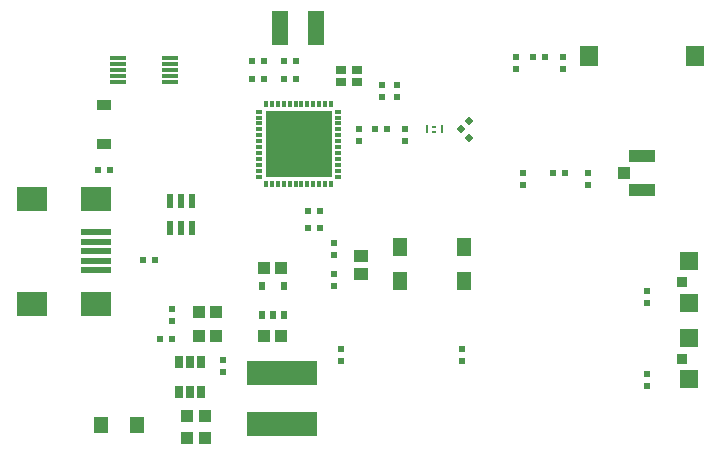
<source format=gtp>
G04*
G04 #@! TF.GenerationSoftware,Altium Limited,Altium Designer,25.4.2 (15)*
G04*
G04 Layer_Color=8421504*
%FSLAX44Y44*%
%MOMM*%
G71*
G04*
G04 #@! TF.SameCoordinates,58BEE836-9102-4636-8553-DC709D7D42DE*
G04*
G04*
G04 #@! TF.FilePolarity,Positive*
G04*
G01*
G75*
%ADD17R,1.2000X1.4000*%
%ADD18R,0.5500X0.8000*%
%ADD19R,1.2200X0.9100*%
%ADD20R,1.4500X0.3000*%
%ADD21R,0.5588X0.5588*%
%ADD22R,0.5588X0.5588*%
%ADD23R,0.5500X0.3000*%
%ADD24R,0.3000X0.5500*%
%ADD25R,5.6000X5.6000*%
%ADD26R,2.5000X0.6000*%
%ADD27R,2.5000X2.0000*%
%ADD28R,0.6000X1.2000*%
%ADD29R,1.0500X1.0000*%
%ADD30R,2.2000X1.0500*%
%ADD31R,1.5000X1.8000*%
%ADD32R,1.4200X2.9100*%
%ADD33R,1.2500X1.0000*%
%ADD34R,1.3000X1.6000*%
%ADD35R,0.8500X0.7500*%
%ADD36R,6.0000X2.0000*%
%ADD37R,1.0500X1.0500*%
G04:AMPARAMS|DCode=38|XSize=0.6mm|YSize=1.1mm|CornerRadius=0.06mm|HoleSize=0mm|Usage=FLASHONLY|Rotation=0.000|XOffset=0mm|YOffset=0mm|HoleType=Round|Shape=RoundedRectangle|*
%AMROUNDEDRECTD38*
21,1,0.6000,0.9800,0,0,0.0*
21,1,0.4800,1.1000,0,0,0.0*
1,1,0.1200,0.2400,-0.4900*
1,1,0.1200,-0.2400,-0.4900*
1,1,0.1200,-0.2400,0.4900*
1,1,0.1200,0.2400,0.4900*
%
%ADD38ROUNDEDRECTD38*%
%ADD39P,0.7903X4X270.0*%
%ADD40P,0.7903X4X180.0*%
%ADD41R,0.2750X0.7000*%
%ADD42R,0.4500X0.2450*%
%ADD43R,0.9000X0.9000*%
%ADD44R,1.5000X1.5000*%
D17*
X111500Y28000D02*
D03*
X80500D02*
D03*
D18*
X217000Y145250D02*
D03*
X226500Y121250D02*
D03*
X236000Y145250D02*
D03*
Y121250D02*
D03*
X217000D02*
D03*
D19*
X83500Y298700D02*
D03*
Y266000D02*
D03*
D20*
X95494Y318500D02*
D03*
X139494Y323500D02*
D03*
X95494D02*
D03*
X139494Y333500D02*
D03*
X95494D02*
D03*
Y338500D02*
D03*
X139494Y318500D02*
D03*
Y328500D02*
D03*
Y338500D02*
D03*
X95494Y328500D02*
D03*
D21*
X318500Y316080D02*
D03*
Y305920D02*
D03*
X543000Y61000D02*
D03*
Y71160D02*
D03*
Y131000D02*
D03*
Y141160D02*
D03*
X493250Y231170D02*
D03*
Y241330D02*
D03*
X438250Y231170D02*
D03*
Y241330D02*
D03*
X141000Y115920D02*
D03*
Y126080D02*
D03*
X432000Y339910D02*
D03*
Y329750D02*
D03*
X472000Y339910D02*
D03*
Y329750D02*
D03*
X278000Y182080D02*
D03*
Y171920D02*
D03*
Y156080D02*
D03*
Y145920D02*
D03*
X331000Y305920D02*
D03*
Y316080D02*
D03*
X299000Y278250D02*
D03*
Y268090D02*
D03*
X338000Y278250D02*
D03*
Y268090D02*
D03*
X284000Y81920D02*
D03*
Y92080D02*
D03*
X386000Y81920D02*
D03*
Y92080D02*
D03*
X184000Y72920D02*
D03*
Y83080D02*
D03*
D22*
X473330Y241330D02*
D03*
X463170D02*
D03*
X126330Y167500D02*
D03*
X116170D02*
D03*
X78420Y243500D02*
D03*
X88580D02*
D03*
X235920Y336000D02*
D03*
X246080D02*
D03*
X235920Y321000D02*
D03*
X246080D02*
D03*
X218580Y336000D02*
D03*
X208420D02*
D03*
X218580Y321000D02*
D03*
X208420D02*
D03*
X446920Y339910D02*
D03*
X457080D02*
D03*
X255920Y208750D02*
D03*
X266080D02*
D03*
X255920Y194750D02*
D03*
X266080D02*
D03*
X130920Y101000D02*
D03*
X141080D02*
D03*
X323080Y278250D02*
D03*
X312920D02*
D03*
D23*
X214250Y238250D02*
D03*
Y243250D02*
D03*
Y248250D02*
D03*
Y253250D02*
D03*
Y258250D02*
D03*
Y263250D02*
D03*
Y268250D02*
D03*
Y273250D02*
D03*
Y278250D02*
D03*
Y283250D02*
D03*
Y288250D02*
D03*
Y293250D02*
D03*
X281750D02*
D03*
Y288250D02*
D03*
Y283250D02*
D03*
Y278250D02*
D03*
Y273250D02*
D03*
Y268250D02*
D03*
Y263250D02*
D03*
Y258250D02*
D03*
Y253250D02*
D03*
Y248250D02*
D03*
Y243250D02*
D03*
Y238250D02*
D03*
D24*
X220500Y299500D02*
D03*
X225500D02*
D03*
X230500D02*
D03*
X235500D02*
D03*
X240500D02*
D03*
X245500D02*
D03*
X250500D02*
D03*
X255500D02*
D03*
X260500D02*
D03*
X265500D02*
D03*
X270500D02*
D03*
X275500D02*
D03*
Y232000D02*
D03*
X270500D02*
D03*
X265500D02*
D03*
X260500D02*
D03*
X255500D02*
D03*
X250500D02*
D03*
X245500D02*
D03*
X240500D02*
D03*
X235500D02*
D03*
X230500D02*
D03*
X225500D02*
D03*
X220500D02*
D03*
D25*
X248000Y265750D02*
D03*
D26*
X76800Y175000D02*
D03*
Y159000D02*
D03*
Y167000D02*
D03*
Y183000D02*
D03*
Y191000D02*
D03*
D27*
Y219500D02*
D03*
X22300D02*
D03*
X76800Y130500D02*
D03*
X22300Y130500D02*
D03*
D28*
X158000Y217500D02*
D03*
X148500D02*
D03*
X139000D02*
D03*
X158000Y194500D02*
D03*
X148500D02*
D03*
X139000D02*
D03*
D29*
X523250Y241330D02*
D03*
D30*
X538500Y255930D02*
D03*
Y226730D02*
D03*
D31*
X584000Y340000D02*
D03*
X494000D02*
D03*
D32*
X262400Y364000D02*
D03*
X232600D02*
D03*
D33*
X301000Y156000D02*
D03*
Y171000D02*
D03*
D34*
X333500Y149500D02*
D03*
Y178500D02*
D03*
X388500D02*
D03*
Y149500D02*
D03*
D35*
X297750Y318250D02*
D03*
X284250D02*
D03*
Y328750D02*
D03*
X297750D02*
D03*
D36*
X234000Y28750D02*
D03*
Y71750D02*
D03*
D37*
X218500Y161000D02*
D03*
X233500D02*
D03*
X218500Y103500D02*
D03*
X233500D02*
D03*
X178500Y123500D02*
D03*
X163500D02*
D03*
X178500Y103500D02*
D03*
X163500D02*
D03*
X153600Y35750D02*
D03*
X168600D02*
D03*
X153500Y17000D02*
D03*
X168500D02*
D03*
D38*
X165500Y81500D02*
D03*
X156000D02*
D03*
X146500D02*
D03*
Y55500D02*
D03*
X156000D02*
D03*
X165500D02*
D03*
D39*
X385250Y278170D02*
D03*
X392434Y285354D02*
D03*
D40*
X385250Y278283D02*
D03*
X392434Y271099D02*
D03*
D41*
X356875Y278250D02*
D03*
X369125D02*
D03*
D42*
X363000Y275975D02*
D03*
Y280525D02*
D03*
D43*
X572500Y84000D02*
D03*
Y149000D02*
D03*
D44*
X579000Y66500D02*
D03*
Y101500D02*
D03*
Y131500D02*
D03*
Y166500D02*
D03*
M02*

</source>
